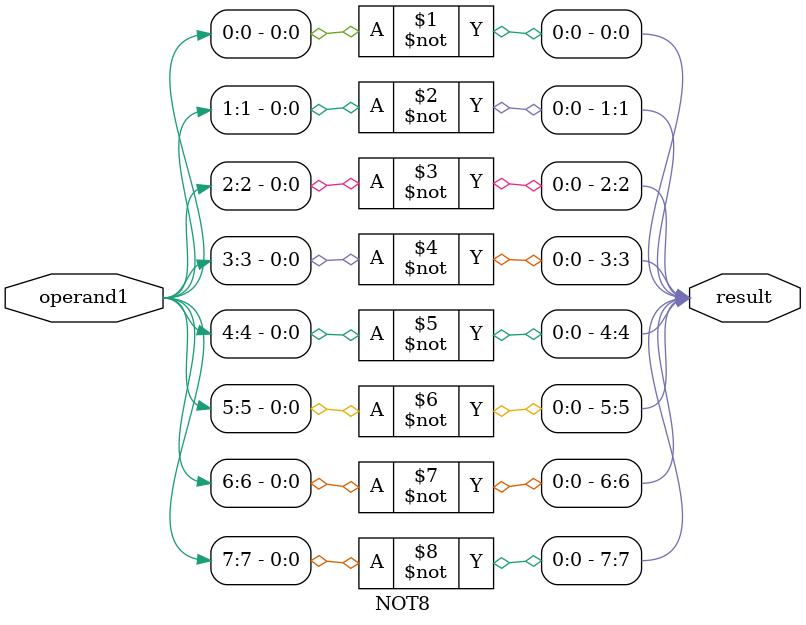
<source format=v>
`timescale 1ns/1ns

module NOT8(output[7:0] result, input[7:0] operand1);

    //NOT for 8 bit inputs.

    not (result[0], operand1[0]);
    not (result[1], operand1[1]);
    not (result[2], operand1[2]);
    not (result[3], operand1[3]);
    not (result[4], operand1[4]);
    not (result[5], operand1[5]);
    not (result[6], operand1[6]);
    not (result[7], operand1[7]);

endmodule
</source>
